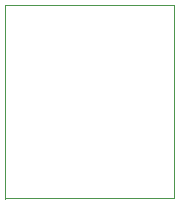
<source format=gbr>
G04 (created by PCBNEW (2013-07-07 BZR 4022)-stable) date 7/15/2015 5:50:03 PM*
%MOIN*%
G04 Gerber Fmt 3.4, Leading zero omitted, Abs format*
%FSLAX34Y34*%
G01*
G70*
G90*
G04 APERTURE LIST*
%ADD10C,0.00590551*%
%ADD11C,0.00393701*%
G04 APERTURE END LIST*
G54D10*
G54D11*
X81551Y-59620D02*
X81557Y-59620D01*
X81551Y-59716D02*
X81551Y-59620D01*
X78744Y-59716D02*
X81551Y-59716D01*
X75923Y-59635D02*
X75923Y-59718D01*
X75925Y-59716D02*
X75919Y-59716D01*
X78740Y-59716D02*
X75925Y-59716D01*
X75923Y-57639D02*
X75919Y-57639D01*
X75923Y-59637D02*
X75923Y-57639D01*
X81551Y-53267D02*
X81551Y-59637D01*
X75923Y-53267D02*
X81551Y-53267D01*
X75923Y-57647D02*
X75923Y-53267D01*
M02*

</source>
